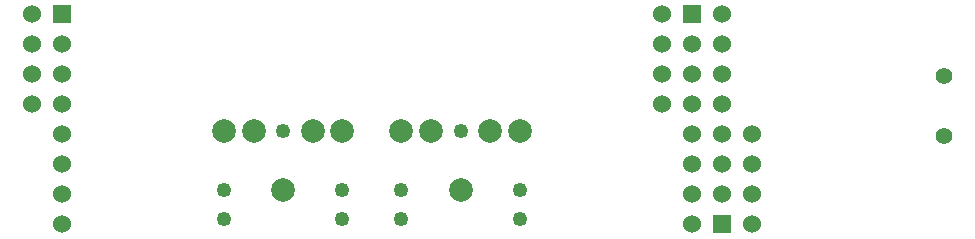
<source format=gbs>
G04 (created by PCBNEW (2013-07-07 BZR 4022)-stable) date 01/09/2014 21:36:03*
%MOIN*%
G04 Gerber Fmt 3.4, Leading zero omitted, Abs format*
%FSLAX34Y34*%
G01*
G70*
G90*
G04 APERTURE LIST*
%ADD10C,0.00590551*%
%ADD11R,0.06X0.06*%
%ADD12C,0.06*%
%ADD13C,0.0787402*%
%ADD14C,0.0492126*%
%ADD15C,0.056*%
G04 APERTURE END LIST*
G54D10*
G54D11*
X80400Y-38875D03*
G54D12*
X80400Y-44875D03*
X80400Y-39875D03*
X80400Y-45875D03*
X80400Y-40875D03*
X80400Y-41875D03*
X80400Y-42875D03*
X80400Y-43875D03*
X79400Y-41875D03*
X79400Y-40875D03*
X79400Y-39875D03*
X79400Y-38875D03*
G54D11*
X81400Y-45875D03*
G54D12*
X81400Y-39875D03*
X81400Y-44875D03*
X81400Y-38875D03*
X81400Y-43875D03*
X81400Y-42875D03*
X81400Y-41875D03*
X81400Y-40875D03*
X82400Y-42875D03*
X82400Y-43875D03*
X82400Y-44875D03*
X82400Y-45875D03*
G54D11*
X59400Y-38875D03*
G54D12*
X59400Y-44875D03*
X59400Y-39875D03*
X59400Y-45875D03*
X59400Y-40875D03*
X59400Y-41875D03*
X59400Y-42875D03*
X59400Y-43875D03*
X58400Y-41875D03*
X58400Y-40875D03*
X58400Y-39875D03*
X58400Y-38875D03*
G54D13*
X73661Y-42755D03*
X71692Y-42755D03*
X74645Y-42755D03*
X70708Y-42755D03*
X72677Y-44724D03*
G54D14*
X74645Y-44724D03*
X70708Y-44724D03*
X74645Y-45708D03*
X70708Y-45708D03*
X72677Y-42755D03*
G54D13*
X67755Y-42755D03*
X65787Y-42755D03*
X68740Y-42755D03*
X64803Y-42755D03*
X66771Y-44724D03*
G54D14*
X68740Y-44724D03*
X64803Y-44724D03*
X68740Y-45708D03*
X64803Y-45708D03*
X66771Y-42755D03*
G54D15*
X88779Y-42929D03*
X88779Y-40929D03*
M02*

</source>
